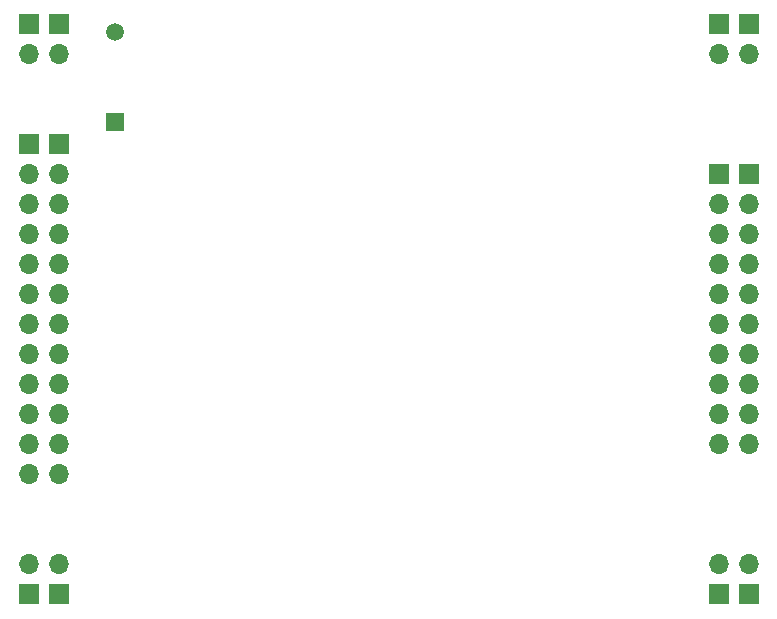
<source format=gbr>
%TF.GenerationSoftware,KiCad,Pcbnew,(6.0.5)*%
%TF.CreationDate,2022-07-26T21:03:23+02:00*%
%TF.ProjectId,Selector State,53656c65-6374-46f7-9220-53746174652e,rev?*%
%TF.SameCoordinates,Original*%
%TF.FileFunction,Soldermask,Bot*%
%TF.FilePolarity,Negative*%
%FSLAX46Y46*%
G04 Gerber Fmt 4.6, Leading zero omitted, Abs format (unit mm)*
G04 Created by KiCad (PCBNEW (6.0.5)) date 2022-07-26 21:03:23*
%MOMM*%
%LPD*%
G01*
G04 APERTURE LIST*
%ADD10R,1.509000X1.509000*%
%ADD11C,1.509000*%
%ADD12R,1.700000X1.700000*%
%ADD13O,1.700000X1.700000*%
G04 APERTURE END LIST*
D10*
%TO.C,S1*%
X149542500Y-51435000D03*
D11*
X149542500Y-43815000D03*
%TD*%
D12*
%TO.C,J12*%
X200660000Y-91440000D03*
D13*
X200660000Y-88900000D03*
%TD*%
D12*
%TO.C,J2*%
X142240000Y-53340000D03*
D13*
X142240000Y-55880000D03*
X142240000Y-58420000D03*
X142240000Y-60960000D03*
X142240000Y-63500000D03*
X142240000Y-66040000D03*
X142240000Y-68580000D03*
X142240000Y-71120000D03*
X142240000Y-73660000D03*
X142240000Y-76200000D03*
X142240000Y-78740000D03*
X142240000Y-81280000D03*
%TD*%
D12*
%TO.C,J6*%
X142240000Y-91440000D03*
D13*
X142240000Y-88900000D03*
%TD*%
D12*
%TO.C,J4*%
X142240000Y-43180000D03*
D13*
X142240000Y-45720000D03*
%TD*%
D12*
%TO.C,J3*%
X144780000Y-91440000D03*
D13*
X144780000Y-88900000D03*
%TD*%
D12*
%TO.C,J5*%
X144780000Y-53340000D03*
D13*
X144780000Y-55880000D03*
X144780000Y-58420000D03*
X144780000Y-60960000D03*
X144780000Y-63500000D03*
X144780000Y-66040000D03*
X144780000Y-68580000D03*
X144780000Y-71120000D03*
X144780000Y-73660000D03*
X144780000Y-76200000D03*
X144780000Y-78740000D03*
X144780000Y-81280000D03*
%TD*%
D12*
%TO.C,J10*%
X203200000Y-43180000D03*
D13*
X203200000Y-45720000D03*
%TD*%
D12*
%TO.C,J8*%
X200660000Y-55880000D03*
D13*
X200660000Y-58420000D03*
X200660000Y-60960000D03*
X200660000Y-63500000D03*
X200660000Y-66040000D03*
X200660000Y-68580000D03*
X200660000Y-71120000D03*
X200660000Y-73660000D03*
X200660000Y-76200000D03*
X200660000Y-78740000D03*
%TD*%
D12*
%TO.C,J1*%
X144780000Y-43180000D03*
D13*
X144780000Y-45720000D03*
%TD*%
D12*
%TO.C,J7*%
X200660000Y-43180000D03*
D13*
X200660000Y-45720000D03*
%TD*%
D12*
%TO.C,J11*%
X203200000Y-55880000D03*
D13*
X203200000Y-58420000D03*
X203200000Y-60960000D03*
X203200000Y-63500000D03*
X203200000Y-66040000D03*
X203200000Y-68580000D03*
X203200000Y-71120000D03*
X203200000Y-73660000D03*
X203200000Y-76200000D03*
X203200000Y-78740000D03*
%TD*%
D12*
%TO.C,J9*%
X203200000Y-91440000D03*
D13*
X203200000Y-88900000D03*
%TD*%
M02*

</source>
